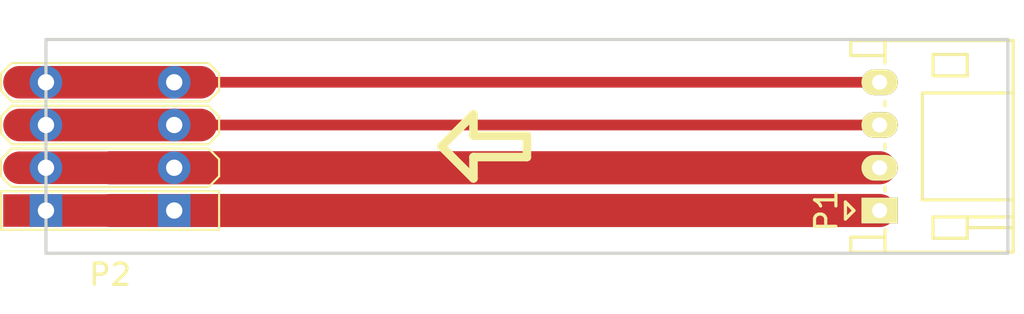
<source format=kicad_pcb>
(kicad_pcb (version 4) (host pcbnew 4.0.3+e1-6302~38~ubuntu15.04.1-stable)

  (general
    (links 12)
    (no_connects 0)
    (area 89.924999 64.924999 135.075001 75.075001)
    (thickness 1.6)
    (drawings 11)
    (tracks 4)
    (zones 0)
    (modules 2)
    (nets 5)
  )

  (page A4)
  (layers
    (0 F.Cu signal)
    (31 B.Cu signal)
    (32 B.Adhes user)
    (33 F.Adhes user)
    (34 B.Paste user)
    (35 F.Paste user)
    (36 B.SilkS user)
    (37 F.SilkS user)
    (38 B.Mask user)
    (39 F.Mask user)
    (40 Dwgs.User user)
    (41 Cmts.User user)
    (42 Eco1.User user)
    (43 Eco2.User user)
    (44 Edge.Cuts user)
    (45 Margin user)
    (46 B.CrtYd user)
    (47 F.CrtYd user)
    (48 B.Fab user)
    (49 F.Fab user)
  )

  (setup
    (last_trace_width 0.5)
    (trace_clearance 0.2)
    (zone_clearance 0.508)
    (zone_45_only no)
    (trace_min 0.2)
    (segment_width 0.4)
    (edge_width 0.15)
    (via_size 0.6)
    (via_drill 0.4)
    (via_min_size 0.4)
    (via_min_drill 0.3)
    (uvia_size 0.3)
    (uvia_drill 0.1)
    (uvias_allowed no)
    (uvia_min_size 0.2)
    (uvia_min_drill 0.1)
    (pcb_text_width 0.3)
    (pcb_text_size 1.5 1.5)
    (mod_edge_width 0.15)
    (mod_text_size 1 1)
    (mod_text_width 0.15)
    (pad_size 1.524 1.524)
    (pad_drill 0.762)
    (pad_to_mask_clearance 0.2)
    (aux_axis_origin 0 0)
    (visible_elements FFFFFF7F)
    (pcbplotparams
      (layerselection 0x010f0_80000001)
      (usegerberextensions false)
      (excludeedgelayer true)
      (linewidth 0.100000)
      (plotframeref false)
      (viasonmask false)
      (mode 1)
      (useauxorigin false)
      (hpglpennumber 1)
      (hpglpenspeed 20)
      (hpglpendiameter 15)
      (hpglpenoverlay 2)
      (psnegative false)
      (psa4output false)
      (plotreference true)
      (plotvalue true)
      (plotinvisibletext false)
      (padsonsilk false)
      (subtractmaskfromsilk false)
      (outputformat 1)
      (mirror false)
      (drillshape 0)
      (scaleselection 1)
      (outputdirectory gerber))
  )

  (net 0 "")
  (net 1 GND)
  (net 2 +5V)
  (net 3 /In)
  (net 4 /Out)

  (net_class Default "This is the default net class."
    (clearance 0.2)
    (trace_width 0.5)
    (via_dia 0.6)
    (via_drill 0.4)
    (uvia_dia 0.3)
    (uvia_drill 0.1)
    (add_net /In)
    (add_net /Out)
  )

  (net_class VCC ""
    (clearance 0.2)
    (trace_width 1.55)
    (via_dia 0.6)
    (via_drill 0.4)
    (uvia_dia 0.3)
    (uvia_drill 0.1)
    (add_net +5V)
    (add_net GND)
  )

  (module Connectors_JST:JST_PH_S4B-PH-K_04x2.00mm_Angled (layer F.Cu) (tedit 57C338FD) (tstamp 57C33879)
    (at 129 73 90)
    (descr http://www.jst-mfg.com/product/pdf/eng/ePH.pdf)
    (tags "connector jst ph")
    (path /57C337E1)
    (fp_text reference P1 (at 0 -2.5 90) (layer F.SilkS)
      (effects (font (size 1 1) (thickness 0.15)))
    )
    (fp_text value CONN_01X04 (at -4 1 360) (layer F.Fab)
      (effects (font (size 1 1) (thickness 0.15)))
    )
    (fp_line (start 0.5 6.25) (end 0.5 2) (layer F.SilkS) (width 0.15))
    (fp_line (start 0.5 2) (end 5.5 2) (layer F.SilkS) (width 0.15))
    (fp_line (start 5.5 2) (end 5.5 6.25) (layer F.SilkS) (width 0.15))
    (fp_line (start -0.9 0.25) (end -1.25 0.25) (layer F.SilkS) (width 0.15))
    (fp_line (start -1.25 0.25) (end -1.25 -1.35) (layer F.SilkS) (width 0.15))
    (fp_line (start -1.25 -1.35) (end -1.95 -1.35) (layer F.SilkS) (width 0.15))
    (fp_line (start -1.95 -1.35) (end -1.95 6.25) (layer F.SilkS) (width 0.15))
    (fp_line (start -1.95 6.25) (end 7.95 6.25) (layer F.SilkS) (width 0.15))
    (fp_line (start 7.95 6.25) (end 7.95 -1.35) (layer F.SilkS) (width 0.15))
    (fp_line (start 7.95 -1.35) (end 7.25 -1.35) (layer F.SilkS) (width 0.15))
    (fp_line (start 7.25 -1.35) (end 7.25 0.25) (layer F.SilkS) (width 0.15))
    (fp_line (start 7.25 0.25) (end 6.9 0.25) (layer F.SilkS) (width 0.15))
    (fp_line (start 0 -1.2) (end -0.4 -1.6) (layer F.SilkS) (width 0.15))
    (fp_line (start -0.4 -1.6) (end 0.4 -1.6) (layer F.SilkS) (width 0.15))
    (fp_line (start 0.4 -1.6) (end 0 -1.2) (layer F.SilkS) (width 0.15))
    (fp_line (start -1.95 0.25) (end -1.25 0.25) (layer F.SilkS) (width 0.15))
    (fp_line (start 7.95 0.25) (end 7.25 0.25) (layer F.SilkS) (width 0.15))
    (fp_line (start -1.3 2.5) (end -1.3 4.1) (layer F.SilkS) (width 0.15))
    (fp_line (start -1.3 4.1) (end -0.3 4.1) (layer F.SilkS) (width 0.15))
    (fp_line (start -0.3 4.1) (end -0.3 2.5) (layer F.SilkS) (width 0.15))
    (fp_line (start -0.3 2.5) (end -1.3 2.5) (layer F.SilkS) (width 0.15))
    (fp_line (start 7.3 2.5) (end 7.3 4.1) (layer F.SilkS) (width 0.15))
    (fp_line (start 7.3 4.1) (end 6.3 4.1) (layer F.SilkS) (width 0.15))
    (fp_line (start 6.3 4.1) (end 6.3 2.5) (layer F.SilkS) (width 0.15))
    (fp_line (start 6.3 2.5) (end 7.3 2.5) (layer F.SilkS) (width 0.15))
    (fp_line (start -0.3 4.1) (end -0.3 6.25) (layer F.SilkS) (width 0.15))
    (fp_line (start -0.8 4.1) (end -0.8 6.25) (layer F.SilkS) (width 0.15))
    (fp_line (start 0.9 0.25) (end 1.1 0.25) (layer F.SilkS) (width 0.15))
    (fp_line (start 2.9 0.25) (end 3.1 0.25) (layer F.SilkS) (width 0.15))
    (fp_line (start 4.9 0.25) (end 5.1 0.25) (layer F.SilkS) (width 0.15))
    (fp_line (start -2.45 6.75) (end -2.45 -1.85) (layer F.CrtYd) (width 0.05))
    (fp_line (start -2.45 -1.85) (end 8.45 -1.85) (layer F.CrtYd) (width 0.05))
    (fp_line (start 8.45 -1.85) (end 8.45 6.75) (layer F.CrtYd) (width 0.05))
    (fp_line (start 8.45 6.75) (end -2.45 6.75) (layer F.CrtYd) (width 0.05))
    (pad 1 thru_hole rect (at 0 0 90) (size 1.2 1.7) (drill 0.7) (layers *.Cu *.Mask F.SilkS)
      (net 1 GND))
    (pad 2 thru_hole oval (at 2 0 90) (size 1.2 1.7) (drill 0.7) (layers *.Cu *.Mask F.SilkS)
      (net 2 +5V))
    (pad 3 thru_hole oval (at 4 0 90) (size 1.2 1.7) (drill 0.7) (layers *.Cu *.Mask F.SilkS)
      (net 3 /In))
    (pad 4 thru_hole oval (at 6 0 90) (size 1.2 1.7) (drill 0.7) (layers *.Cu *.Mask F.SilkS)
      (net 4 /Out))
  )

  (module Pad:FourPad_2.0mm_FrontPTH_Side (layer F.Cu) (tedit 57D5CA80) (tstamp 57E2F489)
    (at 93 70)
    (path /57C338B9)
    (fp_text reference P2 (at 0 6) (layer F.SilkS)
      (effects (font (size 1 1) (thickness 0.15)))
    )
    (fp_text value CONN_01X04 (at 0 -6) (layer F.Fab)
      (effects (font (size 1 1) (thickness 0.15)))
    )
    (fp_line (start -4.6 2.1) (end -5.1 2.1) (layer F.SilkS) (width 0.1))
    (fp_line (start -5.1 2.1) (end -5.1 2.6) (layer F.SilkS) (width 0.1))
    (fp_line (start -5.1 3.4) (end -5.1 3.9) (layer F.SilkS) (width 0.1))
    (fp_line (start -5.1 3.9) (end -4.6 3.9) (layer F.SilkS) (width 0.1))
    (fp_line (start 5.1 3.4) (end 5.1 3.9) (layer F.SilkS) (width 0.1))
    (fp_line (start 5.1 3.9) (end 4.6 3.9) (layer F.SilkS) (width 0.1))
    (fp_line (start 4.6 2.1) (end 5.1 2.1) (layer F.SilkS) (width 0.1))
    (fp_line (start 5.1 2.1) (end 5.1 2.6) (layer F.SilkS) (width 0.1))
    (fp_line (start 4.6 2.1) (end -4.6 2.1) (layer F.SilkS) (width 0.1))
    (fp_line (start -5.1 2.6) (end -5.1 3.3) (layer F.SilkS) (width 0.1))
    (fp_line (start -5.1 3.3) (end -5.1 3.4) (layer F.SilkS) (width 0.1))
    (fp_line (start -4.6 3.9) (end 4.5 3.9) (layer F.SilkS) (width 0.1))
    (fp_line (start 4.5 3.9) (end 4.6 3.9) (layer F.SilkS) (width 0.1))
    (fp_line (start 5.1 3.4) (end 5.1 2.6) (layer F.SilkS) (width 0.1))
    (fp_line (start 5.1 1.3) (end 5.1 1.4) (layer F.SilkS) (width 0.1))
    (fp_line (start 5.1 1.4) (end 4.6 1.9) (layer F.SilkS) (width 0.1))
    (fp_line (start 4.6 1.9) (end -4.6 1.9) (layer F.SilkS) (width 0.1))
    (fp_line (start -4.6 1.9) (end -5.1 1.4) (layer F.SilkS) (width 0.1))
    (fp_line (start -5.1 1.4) (end -5.1 0.6) (layer F.SilkS) (width 0.1))
    (fp_line (start -5.1 0.6) (end -4.6 0.1) (layer F.SilkS) (width 0.1))
    (fp_line (start -4.6 0.1) (end 4.6 0.1) (layer F.SilkS) (width 0.1))
    (fp_line (start 4.6 0.1) (end 5.1 0.6) (layer F.SilkS) (width 0.1))
    (fp_line (start 5.1 0.6) (end 5.1 1.3) (layer F.SilkS) (width 0.1))
    (fp_line (start 4.6 -1.9) (end -4.6 -1.9) (layer F.SilkS) (width 0.1))
    (fp_line (start -4.6 -1.9) (end -5.1 -1.4) (layer F.SilkS) (width 0.1))
    (fp_line (start -5.1 -1.4) (end -5.1 -0.7) (layer F.SilkS) (width 0.1))
    (fp_line (start -5.1 -0.7) (end -5.1 -0.6) (layer F.SilkS) (width 0.1))
    (fp_line (start -5.1 -0.6) (end -4.6 -0.1) (layer F.SilkS) (width 0.1))
    (fp_line (start -4.6 -0.1) (end 4.6 -0.1) (layer F.SilkS) (width 0.1))
    (fp_line (start 4.6 -0.1) (end 5.1 -0.6) (layer F.SilkS) (width 0.1))
    (fp_line (start 5.1 -0.6) (end 5.1 -1.4) (layer F.SilkS) (width 0.1))
    (fp_line (start 5.1 -1.4) (end 4.6 -1.9) (layer F.SilkS) (width 0.1))
    (fp_line (start -4.3 -3.9) (end -4.6 -3.9) (layer F.SilkS) (width 0.1))
    (fp_line (start -4.6 -3.9) (end -5.1 -3.4) (layer F.SilkS) (width 0.1))
    (fp_line (start -5.1 -3.4) (end -5.1 -2.7) (layer F.SilkS) (width 0.1))
    (fp_line (start -5.1 -2.7) (end -5.1 -2.6) (layer F.SilkS) (width 0.1))
    (fp_line (start -5.1 -2.6) (end -4.6 -2.1) (layer F.SilkS) (width 0.1))
    (fp_line (start -4.6 -2.1) (end -4.3 -2.1) (layer F.SilkS) (width 0.1))
    (fp_line (start -4.3 -2.1) (end 4.3 -2.1) (layer F.SilkS) (width 0.1))
    (fp_line (start 4.3 -2.1) (end 4.6 -2.1) (layer F.SilkS) (width 0.1))
    (fp_line (start 4.6 -2.1) (end 5.1 -2.6) (layer F.SilkS) (width 0.1))
    (fp_line (start 5.1 -2.6) (end 5.1 -3.4) (layer F.SilkS) (width 0.1))
    (fp_line (start 5.1 -3.4) (end 4.6 -3.9) (layer F.SilkS) (width 0.1))
    (fp_line (start 4.6 -3.9) (end 4.3 -3.9) (layer F.SilkS) (width 0.1))
    (fp_line (start -4.3 -3.9) (end 4.3 -3.9) (layer F.SilkS) (width 0.1))
    (pad 1 smd rect (at 0 3) (size 10 1.524) (layers F.Cu F.Paste F.Mask)
      (net 1 GND))
    (pad 2 smd oval (at 0 1) (size 10 1.524) (layers F.Cu F.Paste F.Mask)
      (net 2 +5V))
    (pad 1 thru_hole rect (at 3 3) (size 1.524 1.524) (drill 0.762) (layers *.Cu F.Mask)
      (net 1 GND))
    (pad 1 thru_hole rect (at -3 3) (size 1.524 1.524) (drill 0.762) (layers *.Cu F.Mask)
      (net 1 GND))
    (pad 2 thru_hole circle (at 3 1) (size 1.524 1.524) (drill 0.762) (layers *.Cu F.Mask)
      (net 2 +5V))
    (pad 2 thru_hole circle (at -3 1) (size 1.524 1.524) (drill 0.762) (layers *.Cu F.Mask)
      (net 2 +5V))
    (pad 3 smd oval (at 0 -1) (size 10 1.524) (layers F.Cu F.Paste F.Mask)
      (net 3 /In))
    (pad 3 thru_hole circle (at 3 -1) (size 1.524 1.524) (drill 0.762) (layers *.Cu F.Mask)
      (net 3 /In))
    (pad 3 thru_hole circle (at -3 -1) (size 1.524 1.524) (drill 0.762) (layers *.Cu F.Mask)
      (net 3 /In))
    (pad 4 smd oval (at 0 -3) (size 10 1.524) (layers F.Cu F.Paste F.Mask)
      (net 4 /Out))
    (pad 4 thru_hole circle (at 3 -3) (size 1.524 1.524) (drill 0.762) (layers *.Cu F.Mask)
      (net 4 /Out))
    (pad 4 thru_hole circle (at -3 -3) (size 1.524 1.524) (drill 0.762) (layers *.Cu F.Mask)
      (net 4 /Out))
  )

  (gr_line (start 110 69.5) (end 112.5 69.5) (angle 90) (layer F.SilkS) (width 0.4))
  (gr_line (start 110 68.5) (end 110 69.5) (angle 90) (layer F.SilkS) (width 0.4))
  (gr_line (start 108.5 70) (end 110 68.5) (angle 90) (layer F.SilkS) (width 0.4))
  (gr_line (start 110 71.5) (end 108.5 70) (angle 90) (layer F.SilkS) (width 0.4))
  (gr_line (start 110 70.5) (end 110 71.5) (angle 90) (layer F.SilkS) (width 0.4))
  (gr_line (start 112.5 70.5) (end 110 70.5) (angle 90) (layer F.SilkS) (width 0.4))
  (gr_line (start 112.5 69.5) (end 112.5 70.5) (angle 90) (layer F.SilkS) (width 0.4))
  (gr_line (start 135 65) (end 90 65) (angle 90) (layer Edge.Cuts) (width 0.15))
  (gr_line (start 135 75) (end 135 65) (angle 90) (layer Edge.Cuts) (width 0.15))
  (gr_line (start 90 75) (end 135 75) (angle 90) (layer Edge.Cuts) (width 0.15))
  (gr_line (start 90 65) (end 90 75) (angle 90) (layer Edge.Cuts) (width 0.15))

  (segment (start 93 73) (end 129 73) (width 1.55) (layer F.Cu) (net 1))
  (segment (start 93 71) (end 129 71) (width 1.55) (layer F.Cu) (net 2))
  (segment (start 129 69) (end 93 69) (width 0.5) (layer F.Cu) (net 3))
  (segment (start 93 67) (end 129 67) (width 0.5) (layer F.Cu) (net 4))

)

</source>
